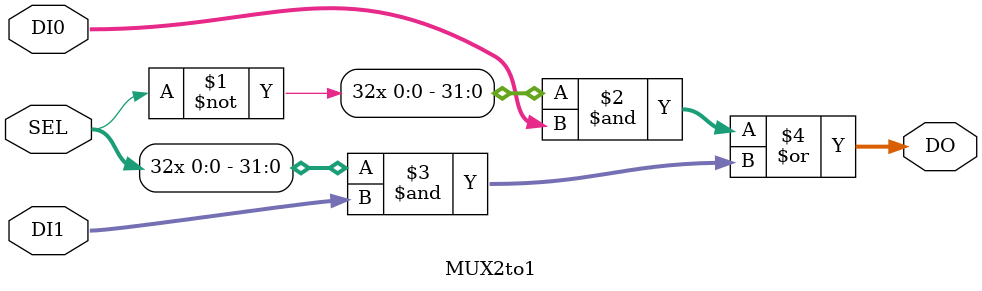
<source format=v>
module MUX2to1 #(parameter BITWIDTH = 32) (	// BITWIDTH? 32? ?? 
   input wire [BITWIDTH-1:0] DI0,
   input wire [BITWIDTH-1:0] DI1,
   input wire SEL,
   output wire [BITWIDTH-1:0] DO
); // ???? DI0, DI1? ???? SEL, ?? DO?? ??
assign DO = ({ BITWIDTH {~SEL}} & DI0) |({ BITWIDTH {SEL}} & DI1); // ????? ???? ???? ? ?? ???DO ??
endmodule

</source>
